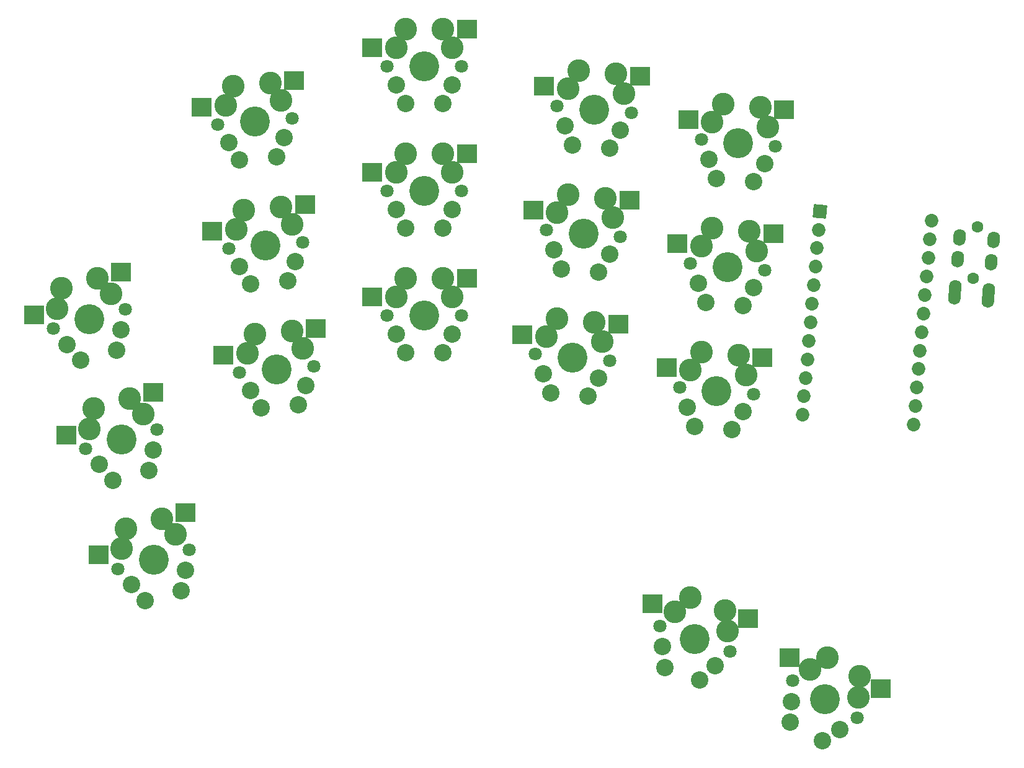
<source format=gbr>
%TF.GenerationSoftware,KiCad,Pcbnew,(6.0.2-0)*%
%TF.CreationDate,2022-05-11T10:09:56-07:00*%
%TF.ProjectId,Untitled,556e7469-746c-4656-942e-6b696361645f,v1.0.0*%
%TF.SameCoordinates,Original*%
%TF.FileFunction,Soldermask,Bot*%
%TF.FilePolarity,Negative*%
%FSLAX46Y46*%
G04 Gerber Fmt 4.6, Leading zero omitted, Abs format (unit mm)*
G04 Created by KiCad (PCBNEW (6.0.2-0)) date 2022-05-11 10:09:56*
%MOMM*%
%LPD*%
G01*
G04 APERTURE LIST*
G04 Aperture macros list*
%AMRoundRect*
0 Rectangle with rounded corners*
0 $1 Rounding radius*
0 $2 $3 $4 $5 $6 $7 $8 $9 X,Y pos of 4 corners*
0 Add a 4 corners polygon primitive as box body*
4,1,4,$2,$3,$4,$5,$6,$7,$8,$9,$2,$3,0*
0 Add four circle primitives for the rounded corners*
1,1,$1+$1,$2,$3*
1,1,$1+$1,$4,$5*
1,1,$1+$1,$6,$7*
1,1,$1+$1,$8,$9*
0 Add four rect primitives between the rounded corners*
20,1,$1+$1,$2,$3,$4,$5,0*
20,1,$1+$1,$4,$5,$6,$7,0*
20,1,$1+$1,$6,$7,$8,$9,0*
20,1,$1+$1,$8,$9,$2,$3,0*%
%AMHorizOval*
0 Thick line with rounded ends*
0 $1 width*
0 $2 $3 position (X,Y) of the first rounded end (center of the circle)*
0 $4 $5 position (X,Y) of the second rounded end (center of the circle)*
0 Add line between two ends*
20,1,$1,$2,$3,$4,$5,0*
0 Add two circle primitives to create the rounded ends*
1,1,$1,$2,$3*
1,1,$1,$4,$5*%
G04 Aperture macros list end*
%ADD10C,1.801800*%
%ADD11C,3.100000*%
%ADD12C,4.087800*%
%ADD13RoundRect,0.050000X1.275000X1.250000X-1.275000X1.250000X-1.275000X-1.250000X1.275000X-1.250000X0*%
%ADD14C,2.386000*%
%ADD15RoundRect,0.050000X-0.796591X0.949340X-0.949340X-0.796591X0.796591X-0.949340X0.949340X0.796591X0*%
%ADD16C,1.852600*%
%ADD17C,1.600000*%
%ADD18HorizOval,1.700000X-0.026147X-0.298858X0.026147X0.298858X0*%
G04 APERTURE END LIST*
D10*
%TO.C,S5*%
X9707132Y33577018D03*
X-106674Y30947416D03*
D11*
X5938880Y37826521D03*
X462651Y33729568D03*
X7823006Y35701769D03*
X1031977Y36511720D03*
D12*
X4800229Y32262217D03*
D13*
X-2700756Y32881936D03*
X9128367Y38681141D03*
%TD*%
D12*
%TO.C,S20*%
X70798781Y27030529D03*
D10*
X75859450Y26587778D03*
X65738112Y27473280D03*
D14*
X67825695Y22191236D03*
X72886364Y21748484D03*
X74372907Y24168131D03*
X66781904Y24832258D03*
%TD*%
D10*
%TO.C,S23*%
X78822745Y60458398D03*
D11*
X70187950Y63763547D03*
X71674493Y66183194D03*
X76735162Y65740442D03*
D12*
X73762076Y60901149D03*
D11*
X77778953Y63099420D03*
D10*
X68701407Y61343900D03*
D13*
X66925412Y64048982D03*
X80024597Y65452654D03*
%TD*%
D12*
%TO.C,S3*%
X9200153Y15841478D03*
D10*
X4293250Y14526677D03*
D11*
X5431901Y20090981D03*
D10*
X14107056Y17156279D03*
D11*
X10338804Y21405782D03*
X12222930Y19281030D03*
X4862575Y17308829D03*
D13*
X1699168Y16461197D03*
X13528291Y22260402D03*
%TD*%
D12*
%TO.C,S30*%
X93439029Y56335482D03*
D10*
X98499698Y55892731D03*
X88378360Y56778233D03*
D14*
X90465943Y51496189D03*
X95526612Y51053437D03*
X89422152Y54137211D03*
X97013155Y53473084D03*
%TD*%
D11*
%TO.C,S13*%
X47977133Y37841886D03*
X54327133Y35301886D03*
D12*
X50517133Y32761886D03*
D10*
X45437133Y32761886D03*
D11*
X46707133Y35301886D03*
X53057133Y37841886D03*
D10*
X55597133Y32761886D03*
D13*
X43432133Y35301886D03*
X56359133Y37841886D03*
%TD*%
D10*
%TO.C,S22*%
X67219760Y44408590D03*
X77341098Y43523088D03*
D12*
X72280429Y43965839D03*
D14*
X74368012Y38683794D03*
X69307343Y39126546D03*
X68263552Y41767568D03*
X75854555Y41103441D03*
%TD*%
D11*
%TO.C,S1*%
X9831824Y3670242D03*
D10*
X8693173Y-1894062D03*
D11*
X16622853Y2860291D03*
X9262498Y888090D03*
D10*
X18506979Y735540D03*
D12*
X13600076Y-579261D03*
D11*
X14738727Y4985043D03*
D13*
X6099091Y40458D03*
X17928214Y5839663D03*
%TD*%
D10*
%TO.C,S11*%
X32499043Y59709504D03*
D11*
X23421497Y61465024D03*
D12*
X27438374Y59266753D03*
D11*
X29525957Y64548798D03*
X31012500Y62129151D03*
D10*
X22377705Y58824002D03*
D11*
X24465288Y64106046D03*
D13*
X20158959Y61179589D03*
X32815392Y64836586D03*
%TD*%
D10*
%TO.C,S28*%
X97018050Y38957421D03*
D12*
X91957381Y39400172D03*
D10*
X86896712Y39842923D03*
D14*
X88984295Y34560879D03*
X94044964Y34118127D03*
X95531507Y36537774D03*
X87940504Y37201901D03*
%TD*%
D10*
%TO.C,S34*%
X100865300Y-17143777D03*
X109664118Y-22223777D03*
D12*
X105264709Y-19683777D03*
D14*
X100525004Y-22813186D03*
X104924414Y-25353186D03*
X100695152Y-19978482D03*
X107294266Y-23788482D03*
%TD*%
D15*
%TO.C,MCU1*%
X104615474Y47017275D03*
D16*
X104394099Y44486940D03*
X104172723Y41956606D03*
X103951347Y39426271D03*
X103729972Y36895937D03*
X103508596Y34365602D03*
X103287221Y31835267D03*
X103065845Y29304933D03*
X102844469Y26774598D03*
X102623094Y24244264D03*
X102401718Y21713929D03*
X102180343Y19183595D03*
X119797481Y45689021D03*
X119576106Y43158687D03*
X119354730Y40628352D03*
X119133355Y38098018D03*
X118911979Y35567683D03*
X118690603Y33037349D03*
X118469228Y30507014D03*
X118247852Y27976679D03*
X118026477Y25446345D03*
X117805101Y22916010D03*
X117583725Y20385676D03*
X117362350Y17855341D03*
%TD*%
D10*
%TO.C,S18*%
X55597133Y66761886D03*
D12*
X50517133Y66761886D03*
D10*
X45437133Y66761886D03*
D14*
X53057133Y61681886D03*
X47977133Y61681886D03*
X54327133Y64221886D03*
X46707133Y64221886D03*
%TD*%
D10*
%TO.C,S4*%
X14107056Y17156279D03*
D12*
X9200153Y15841478D03*
D10*
X4293250Y14526677D03*
D14*
X12968405Y11591975D03*
X8061502Y10277174D03*
X13537731Y14374127D03*
X6177376Y12401926D03*
%TD*%
D11*
%TO.C,S31*%
X84800940Y-7715841D03*
D10*
X92286077Y-13143219D03*
D11*
X86863081Y-5763387D03*
D12*
X87512438Y-11405757D03*
D11*
X91636720Y-7500850D03*
X91961398Y-10322034D03*
D10*
X82738799Y-9668295D03*
D13*
X81723447Y-6595725D03*
X94739585Y-8630200D03*
%TD*%
D10*
%TO.C,S27*%
X97018050Y38957421D03*
D11*
X95974258Y41598443D03*
D10*
X86896712Y39842923D03*
D12*
X91957381Y39400172D03*
D11*
X88383255Y42262570D03*
X89869798Y44682217D03*
X94930467Y44239465D03*
D13*
X85120717Y42548005D03*
X98219902Y43951677D03*
%TD*%
D11*
%TO.C,S29*%
X96412115Y61174775D03*
D10*
X98499698Y55892731D03*
D11*
X97455906Y58533753D03*
X91351446Y61617527D03*
D10*
X88378360Y56778233D03*
D11*
X89864903Y59197880D03*
D12*
X93439029Y56335482D03*
D13*
X86602365Y59483315D03*
X99701550Y60886987D03*
%TD*%
D12*
%TO.C,S6*%
X4800229Y32262217D03*
D10*
X9707132Y33577018D03*
X-106674Y30947416D03*
D14*
X8568481Y28012714D03*
X3661578Y26697913D03*
X1777452Y28822665D03*
X9137807Y30794866D03*
%TD*%
D10*
%TO.C,S14*%
X55597133Y32761886D03*
X45437133Y32761886D03*
D12*
X50517133Y32761886D03*
D14*
X47977133Y27681886D03*
X53057133Y27681886D03*
X54327133Y30221886D03*
X46707133Y30221886D03*
%TD*%
D12*
%TO.C,S8*%
X30401669Y25396133D03*
D10*
X25341000Y24953382D03*
X35462338Y25838884D03*
D14*
X33374755Y20556840D03*
X28314086Y20114088D03*
X26827543Y22533735D03*
X34418546Y23197862D03*
%TD*%
D12*
%TO.C,S32*%
X87512438Y-11405757D03*
D10*
X82738799Y-9668295D03*
X92286077Y-13143219D03*
D14*
X83388156Y-15310664D03*
X88161795Y-17048127D03*
X83063478Y-12489480D03*
X90223936Y-15095673D03*
%TD*%
D12*
%TO.C,S21*%
X72280429Y43965839D03*
D11*
X75253515Y48805132D03*
X68706303Y46828237D03*
D10*
X77341098Y43523088D03*
D11*
X76297306Y46164110D03*
X70192846Y49247884D03*
D10*
X67219760Y44408590D03*
D13*
X65443765Y47113672D03*
X78542950Y48517344D03*
%TD*%
D17*
%TO.C,REF\u002A\u002A*%
X126089303Y44846547D03*
X125479213Y37873184D03*
D18*
X127535140Y34983000D03*
X122952644Y35383916D03*
X127631011Y36078814D03*
X123048516Y36479730D03*
X127979634Y40063593D03*
X123397139Y40464509D03*
X128241102Y43052177D03*
X123658606Y43453093D03*
%TD*%
D11*
%TO.C,S25*%
X94492611Y24663133D03*
X93448820Y27304155D03*
D12*
X90475734Y22464862D03*
D10*
X95536403Y22022111D03*
D11*
X88388151Y27746907D03*
D10*
X85415065Y22907613D03*
D11*
X86901608Y25327260D03*
D13*
X83639070Y25612695D03*
X96738255Y27016367D03*
%TD*%
D12*
%TO.C,S15*%
X50517133Y49761886D03*
D11*
X47977133Y54841886D03*
D10*
X55597133Y49761886D03*
D11*
X53057133Y54841886D03*
X54327133Y52301886D03*
X46707133Y52301886D03*
D10*
X45437133Y49761886D03*
D13*
X43432133Y52301886D03*
X56359133Y54841886D03*
%TD*%
D11*
%TO.C,S7*%
X32489252Y30678178D03*
X33975795Y28258531D03*
X27428583Y30235426D03*
D12*
X30401669Y25396133D03*
D10*
X35462338Y25838884D03*
X25341000Y24953382D03*
D11*
X26384792Y27594404D03*
D13*
X23122254Y27308969D03*
X35778687Y30965966D03*
%TD*%
D12*
%TO.C,S16*%
X50517133Y49761886D03*
D10*
X45437133Y49761886D03*
X55597133Y49761886D03*
D14*
X47977133Y44681886D03*
X53057133Y44681886D03*
X54327133Y47221886D03*
X46707133Y47221886D03*
%TD*%
D10*
%TO.C,S10*%
X33980690Y42774194D03*
D12*
X28920021Y42331443D03*
D10*
X23859352Y41888692D03*
D14*
X26832438Y37049398D03*
X31893107Y37492150D03*
X32936898Y40133172D03*
X25345895Y39469045D03*
%TD*%
D11*
%TO.C,S9*%
X31007604Y47613488D03*
X32494147Y45193841D03*
D12*
X28920021Y42331443D03*
D10*
X33980690Y42774194D03*
X23859352Y41888692D03*
D11*
X25946935Y47170736D03*
X24903144Y44529714D03*
D13*
X21640606Y44244279D03*
X34297039Y47901276D03*
%TD*%
D10*
%TO.C,S2*%
X18506979Y735540D03*
X8693173Y-1894062D03*
D12*
X13600076Y-579261D03*
D14*
X12461425Y-6143565D03*
X17368328Y-4828764D03*
X10577299Y-4018813D03*
X17937654Y-2046612D03*
%TD*%
D11*
%TO.C,S19*%
X67224655Y29892927D03*
X68711198Y32312574D03*
D10*
X65738112Y27473280D03*
D11*
X74815658Y29228800D03*
D12*
X70798781Y27030529D03*
D10*
X75859450Y26587778D03*
D11*
X73771867Y31869822D03*
D13*
X63962117Y30178362D03*
X77061302Y31582034D03*
%TD*%
D10*
%TO.C,S24*%
X68701407Y61343900D03*
D12*
X73762076Y60901149D03*
D10*
X78822745Y60458398D03*
D14*
X70788990Y56061856D03*
X75849659Y55619104D03*
X77336202Y58038751D03*
X69745199Y58702878D03*
%TD*%
D10*
%TO.C,S33*%
X109664118Y-22223777D03*
D11*
X109834266Y-19389072D03*
X105605004Y-14014368D03*
D12*
X105264709Y-19683777D03*
D10*
X100865300Y-17143777D03*
D11*
X103235152Y-15579072D03*
X110004414Y-16554368D03*
D13*
X100398919Y-13941572D03*
X112864029Y-18205368D03*
%TD*%
D11*
%TO.C,S17*%
X47977133Y71841886D03*
X46707133Y69301886D03*
D10*
X55597133Y66761886D03*
D11*
X53057133Y71841886D03*
D12*
X50517133Y66761886D03*
D10*
X45437133Y66761886D03*
D11*
X54327133Y69301886D03*
D13*
X43432133Y69301886D03*
X56359133Y71841886D03*
%TD*%
D10*
%TO.C,S26*%
X85415065Y22907613D03*
X95536403Y22022111D03*
D12*
X90475734Y22464862D03*
D14*
X92563317Y17182817D03*
X87502648Y17625569D03*
X94049860Y19602464D03*
X86458857Y20266591D03*
%TD*%
D12*
%TO.C,S12*%
X27438374Y59266753D03*
D10*
X32499043Y59709504D03*
X22377705Y58824002D03*
D14*
X25350791Y53984708D03*
X30411460Y54427460D03*
X31455251Y57068482D03*
X23864248Y56404355D03*
%TD*%
M02*

</source>
